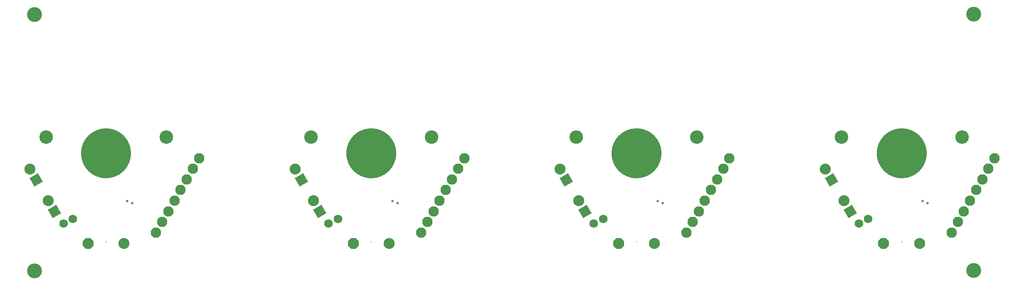
<source format=gbs>
G04 Layer_Color=16711935*
%FSLAX24Y24*%
%MOIN*%
G70*
G01*
G75*
G04:AMPARAMS|DCode=73|XSize=118.7mil|YSize=118.7mil|CornerRadius=59.4mil|HoleSize=0mil|Usage=FLASHONLY|Rotation=90.000|XOffset=0mil|YOffset=0mil|HoleType=Round|Shape=RoundedRectangle|*
%AMROUNDEDRECTD73*
21,1,0.1187,0.0000,0,0,90.0*
21,1,0.0000,0.1187,0,0,90.0*
1,1,0.1187,0.0000,0.0000*
1,1,0.1187,0.0000,0.0000*
1,1,0.1187,0.0000,0.0000*
1,1,0.1187,0.0000,0.0000*
%
%ADD73ROUNDEDRECTD73*%
%ADD89C,0.0828*%
%ADD92C,0.0080*%
%ADD93C,0.0880*%
%ADD94P,0.1103X4X165.0*%
%ADD95P,0.0953X8X22.5*%
%ADD96C,0.0680*%
%ADD97C,0.0200*%
%ADD98C,0.1080*%
%ADD99C,0.4017*%
G36*
X70661Y5676D02*
X70698Y5666D01*
X70734Y5650D01*
X70766Y5628D01*
X70793Y5600D01*
X70816Y5569D01*
X70832Y5534D01*
X70842Y5497D01*
X70846Y5459D01*
X70842Y5421D01*
X70832Y5383D01*
X70816Y5349D01*
X70793Y5317D01*
X70766Y5290D01*
X70734Y5268D01*
X70698Y5252D01*
X70661Y5242D01*
X70622Y5238D01*
X70583Y5242D01*
X70545Y5252D01*
X70510Y5268D01*
X70478Y5290D01*
X70450Y5317D01*
X70428Y5349D01*
X70411Y5383D01*
X70401Y5421D01*
X70398Y5459D01*
X70401Y5497D01*
X70411Y5534D01*
X70428Y5569D01*
X70450Y5600D01*
X70478Y5628D01*
X70510Y5650D01*
X70545Y5666D01*
X70583Y5676D01*
X70622Y5679D01*
X70661Y5676D01*
D02*
G37*
G36*
X49401D02*
X49439Y5666D01*
X49474Y5650D01*
X49506Y5628D01*
X49534Y5600D01*
X49556Y5569D01*
X49572Y5534D01*
X49583Y5497D01*
X49586Y5459D01*
X49583Y5421D01*
X49572Y5383D01*
X49556Y5349D01*
X49534Y5317D01*
X49506Y5290D01*
X49474Y5268D01*
X49439Y5252D01*
X49401Y5242D01*
X49362Y5238D01*
X49323Y5242D01*
X49285Y5252D01*
X49250Y5268D01*
X49218Y5290D01*
X49190Y5317D01*
X49168Y5349D01*
X49151Y5383D01*
X49141Y5421D01*
X49138Y5459D01*
X49141Y5497D01*
X49151Y5534D01*
X49168Y5569D01*
X49190Y5600D01*
X49218Y5628D01*
X49250Y5650D01*
X49285Y5666D01*
X49323Y5676D01*
X49362Y5679D01*
X49401Y5676D01*
D02*
G37*
G36*
X28141D02*
X28179Y5666D01*
X28214Y5650D01*
X28246Y5628D01*
X28274Y5600D01*
X28296Y5569D01*
X28313Y5534D01*
X28323Y5497D01*
X28326Y5459D01*
X28323Y5421D01*
X28313Y5383D01*
X28296Y5349D01*
X28274Y5317D01*
X28246Y5290D01*
X28214Y5268D01*
X28179Y5252D01*
X28141Y5242D01*
X28102Y5238D01*
X28063Y5242D01*
X28025Y5252D01*
X27990Y5268D01*
X27958Y5290D01*
X27930Y5317D01*
X27908Y5349D01*
X27892Y5383D01*
X27881Y5421D01*
X27878Y5459D01*
X27881Y5497D01*
X27892Y5534D01*
X27908Y5569D01*
X27930Y5600D01*
X27958Y5628D01*
X27990Y5650D01*
X28025Y5666D01*
X28063Y5676D01*
X28102Y5679D01*
X28141Y5676D01*
D02*
G37*
G36*
X6881D02*
X6919Y5666D01*
X6954Y5650D01*
X6986Y5628D01*
X7014Y5600D01*
X7036Y5569D01*
X7053Y5534D01*
X7063Y5497D01*
X7066Y5459D01*
X7063Y5421D01*
X7053Y5383D01*
X7036Y5349D01*
X7014Y5317D01*
X6986Y5290D01*
X6954Y5268D01*
X6919Y5252D01*
X6881Y5242D01*
X6842Y5238D01*
X6803Y5242D01*
X6766Y5252D01*
X6730Y5268D01*
X6698Y5290D01*
X6671Y5317D01*
X6648Y5349D01*
X6632Y5383D01*
X6622Y5421D01*
X6618Y5459D01*
X6622Y5497D01*
X6632Y5534D01*
X6648Y5569D01*
X6671Y5600D01*
X6698Y5628D01*
X6730Y5650D01*
X6766Y5666D01*
X6803Y5676D01*
X6842Y5679D01*
X6881Y5676D01*
D02*
G37*
G36*
X69918Y5283D02*
X69956Y5273D01*
X69991Y5257D01*
X70023Y5235D01*
X70051Y5207D01*
X70073Y5176D01*
X70090Y5141D01*
X70100Y5104D01*
X70103Y5066D01*
X70100Y5027D01*
X70090Y4990D01*
X70073Y4956D01*
X70051Y4924D01*
X70023Y4897D01*
X69991Y4875D01*
X69956Y4859D01*
X69918Y4849D01*
X69879Y4845D01*
X69840Y4849D01*
X69803Y4859D01*
X69767Y4875D01*
X69735Y4897D01*
X69708Y4924D01*
X69685Y4956D01*
X69669Y4990D01*
X69659Y5027D01*
X69655Y5066D01*
X69659Y5104D01*
X69669Y5141D01*
X69685Y5176D01*
X69708Y5207D01*
X69735Y5235D01*
X69767Y5257D01*
X69803Y5273D01*
X69840Y5283D01*
X69879Y5286D01*
X69918Y5283D01*
D02*
G37*
G36*
X48658D02*
X48696Y5273D01*
X48731Y5257D01*
X48763Y5235D01*
X48791Y5207D01*
X48813Y5176D01*
X48830Y5141D01*
X48840Y5104D01*
X48843Y5066D01*
X48840Y5027D01*
X48830Y4990D01*
X48813Y4956D01*
X48791Y4924D01*
X48763Y4897D01*
X48731Y4875D01*
X48696Y4859D01*
X48658Y4849D01*
X48619Y4845D01*
X48580Y4849D01*
X48543Y4859D01*
X48507Y4875D01*
X48475Y4897D01*
X48448Y4924D01*
X48425Y4956D01*
X48409Y4990D01*
X48399Y5027D01*
X48395Y5066D01*
X48399Y5104D01*
X48409Y5141D01*
X48425Y5176D01*
X48448Y5207D01*
X48475Y5235D01*
X48507Y5257D01*
X48543Y5273D01*
X48580Y5283D01*
X48619Y5286D01*
X48658Y5283D01*
D02*
G37*
G36*
X27398D02*
X27436Y5273D01*
X27472Y5257D01*
X27504Y5235D01*
X27531Y5207D01*
X27554Y5176D01*
X27570Y5141D01*
X27580Y5104D01*
X27584Y5066D01*
X27580Y5027D01*
X27570Y4990D01*
X27554Y4956D01*
X27531Y4924D01*
X27504Y4897D01*
X27472Y4875D01*
X27436Y4859D01*
X27398Y4849D01*
X27360Y4845D01*
X27321Y4849D01*
X27283Y4859D01*
X27248Y4875D01*
X27216Y4897D01*
X27188Y4924D01*
X27166Y4956D01*
X27149Y4990D01*
X27139Y5027D01*
X27136Y5066D01*
X27139Y5104D01*
X27149Y5141D01*
X27166Y5176D01*
X27188Y5207D01*
X27216Y5235D01*
X27248Y5257D01*
X27283Y5273D01*
X27321Y5283D01*
X27360Y5286D01*
X27398Y5283D01*
D02*
G37*
G36*
X6139D02*
X6176Y5273D01*
X6212Y5257D01*
X6244Y5235D01*
X6271Y5207D01*
X6294Y5176D01*
X6310Y5141D01*
X6320Y5104D01*
X6324Y5066D01*
X6320Y5027D01*
X6310Y4990D01*
X6294Y4956D01*
X6271Y4924D01*
X6244Y4897D01*
X6212Y4875D01*
X6176Y4859D01*
X6139Y4849D01*
X6100Y4845D01*
X6061Y4849D01*
X6023Y4859D01*
X5988Y4875D01*
X5956Y4897D01*
X5928Y4924D01*
X5906Y4956D01*
X5889Y4990D01*
X5879Y5027D01*
X5876Y5066D01*
X5879Y5104D01*
X5889Y5141D01*
X5906Y5176D01*
X5928Y5207D01*
X5956Y5235D01*
X5988Y5257D01*
X6023Y5273D01*
X6061Y5283D01*
X6100Y5286D01*
X6139Y5283D01*
D02*
G37*
D73*
X79078Y21878D02*
D03*
X3789Y21848D02*
D03*
Y1289D02*
D03*
X79078Y1319D02*
D03*
D89*
X16970Y10326D02*
D03*
X16477Y9474D02*
D03*
X15985Y8622D02*
D03*
X15493Y7769D02*
D03*
X15001Y6917D02*
D03*
X14509Y6064D02*
D03*
X14017Y5212D02*
D03*
X13525Y4360D02*
D03*
X38229Y10326D02*
D03*
X37737Y9474D02*
D03*
X37245Y8622D02*
D03*
X36753Y7769D02*
D03*
X36261Y6917D02*
D03*
X35769Y6064D02*
D03*
X35277Y5212D02*
D03*
X34785Y4360D02*
D03*
X59489Y10326D02*
D03*
X58997Y9474D02*
D03*
X58505Y8622D02*
D03*
X58013Y7769D02*
D03*
X57521Y6917D02*
D03*
X57029Y6064D02*
D03*
X56537Y5212D02*
D03*
X56044Y4360D02*
D03*
X80749Y10326D02*
D03*
X80257Y9474D02*
D03*
X79765Y8622D02*
D03*
X79273Y7769D02*
D03*
X78781Y6917D02*
D03*
X78288Y6064D02*
D03*
X77796Y5212D02*
D03*
X77304Y4360D02*
D03*
D92*
X9517Y3619D02*
D03*
X30776D02*
D03*
X52036D02*
D03*
X73296D02*
D03*
D93*
X10957Y3499D02*
D03*
X4887Y6902D02*
D03*
X3407Y9452D02*
D03*
X32216Y3499D02*
D03*
X26146Y6902D02*
D03*
X24666Y9452D02*
D03*
X53476Y3499D02*
D03*
X47406Y6902D02*
D03*
X45926Y9452D02*
D03*
X74736Y3499D02*
D03*
X68666Y6902D02*
D03*
X67186Y9452D02*
D03*
D94*
X5387Y6036D02*
D03*
X3907Y8586D02*
D03*
X26646Y6036D02*
D03*
X25166Y8586D02*
D03*
X47906Y6036D02*
D03*
X46426Y8586D02*
D03*
X69166Y6036D02*
D03*
X67686Y8586D02*
D03*
D95*
X8077Y3499D02*
D03*
X29336D02*
D03*
X50596D02*
D03*
X71856D02*
D03*
D96*
X6847Y5459D02*
D03*
X6097Y5069D02*
D03*
X28106Y5459D02*
D03*
X27356Y5069D02*
D03*
X49366Y5459D02*
D03*
X48616Y5069D02*
D03*
X70626Y5459D02*
D03*
X69876Y5069D02*
D03*
D97*
X11215Y6894D02*
D03*
X11615Y6734D02*
D03*
X32475Y6894D02*
D03*
X32875Y6734D02*
D03*
X53735Y6894D02*
D03*
X54135Y6734D02*
D03*
X74995Y6894D02*
D03*
X75395Y6734D02*
D03*
D98*
X4697Y12019D02*
D03*
X14357D02*
D03*
X25956D02*
D03*
X35616D02*
D03*
X47216D02*
D03*
X56876D02*
D03*
X68476D02*
D03*
X78136D02*
D03*
D99*
X9517Y10709D02*
D03*
X30776D02*
D03*
X52036D02*
D03*
X73296D02*
D03*
M02*

</source>
